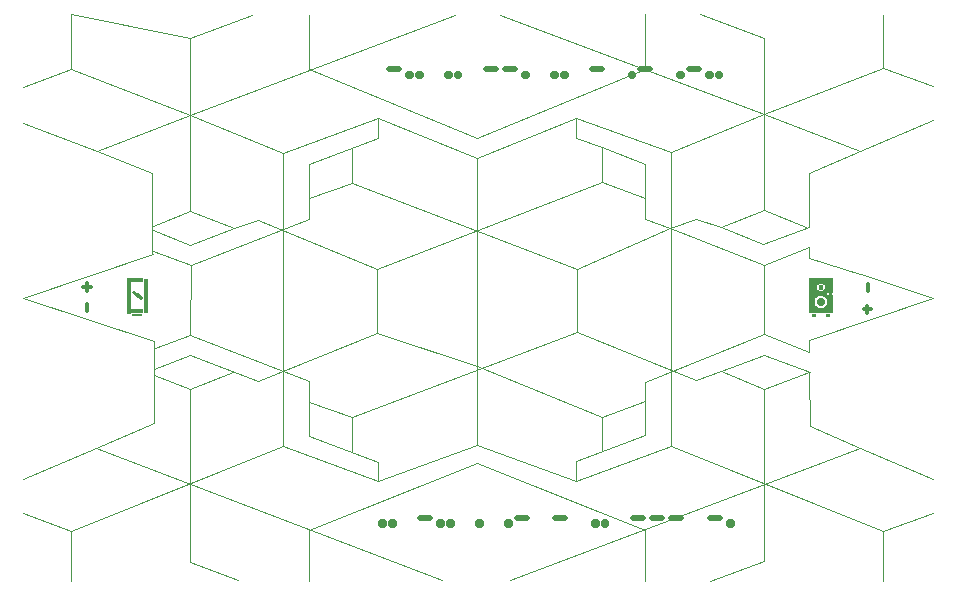
<source format=gto>
G75*
%MOIN*%
%OFA0B0*%
%FSLAX25Y25*%
%IPPOS*%
%LPD*%
%AMOC8*
5,1,8,0,0,1.08239X$1,22.5*
%
%ADD10C,0.00394*%
%ADD11C,0.02100*%
%ADD12R,0.01250X0.11750*%
%ADD13R,0.05500X0.01250*%
%ADD14R,0.01250X0.10500*%
%ADD15R,0.04250X0.01250*%
%ADD16R,0.03250X0.01000*%
%ADD17C,0.00100*%
%ADD18C,0.01300*%
%ADD19R,0.01550X0.00050*%
%ADD20R,0.07800X0.00050*%
%ADD21R,0.03400X0.00050*%
%ADD22R,0.03300X0.00050*%
%ADD23R,0.03100X0.00050*%
%ADD24R,0.03000X0.00050*%
%ADD25R,0.02900X0.00050*%
%ADD26R,0.02850X0.00050*%
%ADD27R,0.02800X0.00050*%
%ADD28R,0.02700X0.00050*%
%ADD29R,0.02650X0.00050*%
%ADD30R,0.02600X0.00050*%
%ADD31R,0.02500X0.00050*%
%ADD32R,0.02450X0.00050*%
%ADD33R,0.02350X0.00050*%
%ADD34R,0.02300X0.00050*%
%ADD35R,0.02200X0.00050*%
%ADD36R,0.02150X0.00050*%
%ADD37R,0.02100X0.00050*%
%ADD38R,0.00700X0.00050*%
%ADD39R,0.00900X0.00050*%
%ADD40R,0.02000X0.00050*%
%ADD41R,0.01100X0.00050*%
%ADD42R,0.01300X0.00050*%
%ADD43R,0.01500X0.00050*%
%ADD44R,0.01950X0.00050*%
%ADD45R,0.01600X0.00050*%
%ADD46R,0.01900X0.00050*%
%ADD47R,0.01800X0.00050*%
%ADD48R,0.01850X0.00050*%
%ADD49R,0.01750X0.00050*%
%ADD50R,0.02400X0.00050*%
%ADD51R,0.01700X0.00050*%
%ADD52R,0.00800X0.00050*%
%ADD53R,0.00600X0.00050*%
%ADD54R,0.02750X0.00050*%
%ADD55R,0.03350X0.00050*%
%ADD56R,0.03450X0.00050*%
%ADD57R,0.06300X0.00050*%
%ADD58R,0.06250X0.00050*%
%ADD59R,0.01200X0.00050*%
%ADD60R,0.06100X0.00050*%
%ADD61R,0.06050X0.00050*%
%ADD62R,0.01000X0.00050*%
%ADD63R,0.05950X0.00050*%
%ADD64R,0.00950X0.00050*%
%ADD65R,0.05900X0.00050*%
%ADD66R,0.01050X0.00050*%
%ADD67R,0.06150X0.00050*%
%ADD68R,0.06200X0.00050*%
%ADD69R,0.03650X0.00050*%
%ADD70R,0.03200X0.00050*%
%ADD71R,0.02950X0.00050*%
%ADD72R,0.02550X0.00050*%
%ADD73R,0.01400X0.00050*%
%ADD74R,0.00500X0.00050*%
%ADD75R,0.00400X0.00050*%
%ADD76R,0.03250X0.00050*%
%ADD77R,0.03550X0.00050*%
D10*
X0016936Y0001197D02*
X0016936Y0017868D01*
X0087765Y0046205D01*
X0119344Y0034560D01*
X0119344Y0040977D01*
X0096351Y0049614D01*
X0096351Y0061056D01*
X0110759Y0055863D01*
X0185613Y0084267D01*
X0185613Y0105415D01*
X0110759Y0133941D01*
X0096380Y0128852D01*
X0096351Y0121837D02*
X0096351Y0140190D01*
X0119344Y0148828D01*
X0119344Y0155451D01*
X0152401Y0142128D01*
X0185433Y0155634D01*
X0185433Y0149011D01*
X0193955Y0145809D01*
X0194018Y0134124D01*
X0119163Y0105297D01*
X0079474Y0121711D01*
X0071409Y0118895D01*
X0056643Y0124704D01*
X0056643Y0156740D01*
X0145241Y0189830D01*
X0160027Y0189830D02*
X0248134Y0156923D01*
X0287841Y0172119D01*
X0304346Y0166132D01*
X0287841Y0172119D02*
X0287841Y0189830D01*
X0248134Y0182372D02*
X0226792Y0190173D01*
X0208397Y0190173D02*
X0208397Y0171764D01*
X0152401Y0149011D01*
X0096365Y0171776D01*
X0096365Y0189830D01*
X0077547Y0189830D02*
X0056643Y0182188D01*
X0016936Y0190173D01*
X0016936Y0172081D01*
X0056643Y0156740D01*
X0025746Y0144530D01*
X0001197Y0154045D01*
X0001197Y0165950D02*
X0016936Y0172081D01*
X0056643Y0182188D02*
X0056643Y0156740D01*
X0087765Y0143991D01*
X0087765Y0046205D01*
X0096351Y0061056D02*
X0096351Y0067968D01*
X0056580Y0083293D01*
X0044918Y0078919D01*
X0044784Y0081246D02*
X0044734Y0053846D01*
X0044784Y0053846D02*
X0025384Y0045446D01*
X0025396Y0045449D02*
X0140864Y0001570D01*
X0163318Y0001570D02*
X0279972Y0045704D01*
X0304346Y0035393D01*
X0304346Y0024039D02*
X0287841Y0018051D01*
X0287841Y0001197D01*
X0287841Y0018051D02*
X0217012Y0046389D01*
X0185433Y0034744D01*
X0185433Y0041160D01*
X0208318Y0049798D01*
X0208318Y0061340D01*
X0208318Y0067530D01*
X0248134Y0083477D01*
X0248134Y0106694D01*
X0216893Y0119078D01*
X0185613Y0105415D01*
X0208426Y0122020D02*
X0216893Y0119078D01*
X0225302Y0121894D01*
X0233579Y0119161D01*
X0248134Y0124887D01*
X0262076Y0119161D01*
X0262987Y0119357D02*
X0247855Y0113604D01*
X0233579Y0119161D01*
X0248134Y0124887D02*
X0248134Y0156923D01*
X0280143Y0144513D01*
X0304346Y0154981D01*
X0280184Y0144596D02*
X0263134Y0137396D01*
X0263084Y0119496D01*
X0263213Y0112528D02*
X0248134Y0106694D01*
X0263234Y0109046D02*
X0263234Y0112496D01*
X0263234Y0109046D02*
X0280184Y0103596D01*
X0280293Y0103587D02*
X0304346Y0095685D01*
X0304284Y0095746D02*
X0263234Y0081596D01*
X0263184Y0077796D01*
X0263163Y0077570D02*
X0248134Y0083477D01*
X0248197Y0076692D02*
X0233754Y0071270D01*
X0248134Y0065283D01*
X0263225Y0070926D01*
X0263184Y0070796D02*
X0263284Y0053046D01*
X0279984Y0045646D01*
X0248134Y0065283D02*
X0248134Y0007799D01*
X0230072Y0001197D01*
X0208318Y0001197D02*
X0208318Y0018216D01*
X0152401Y0040703D01*
X0096277Y0018195D01*
X0096277Y0001197D01*
X0072907Y0001655D02*
X0056643Y0007616D01*
X0056643Y0065100D01*
X0071024Y0071087D01*
X0079474Y0068094D02*
X0119163Y0084084D01*
X0152376Y0072776D01*
X0193955Y0056071D01*
X0193955Y0044704D01*
X0185433Y0034744D02*
X0152401Y0046687D01*
X0119344Y0034560D01*
X0110759Y0044178D02*
X0110759Y0055863D01*
X0079474Y0068094D02*
X0056580Y0076509D01*
X0044740Y0072080D01*
X0044836Y0069776D02*
X0056643Y0065100D01*
X0044696Y0081364D02*
X0001197Y0095685D01*
X0044246Y0110238D01*
X0044234Y0110196D02*
X0044234Y0137346D01*
X0025834Y0144546D01*
X0044284Y0119646D02*
X0056734Y0124696D01*
X0056580Y0113295D02*
X0044331Y0118183D01*
X0044246Y0111275D02*
X0056922Y0106511D01*
X0056580Y0083293D01*
X0056922Y0106511D02*
X0096351Y0121837D01*
X0110759Y0133941D02*
X0110821Y0145467D01*
X0119344Y0155451D02*
X0087765Y0143991D01*
X0071409Y0118895D02*
X0056580Y0113295D01*
X0119163Y0105297D02*
X0119163Y0084084D01*
X0152401Y0046687D02*
X0152401Y0142128D01*
X0185433Y0155634D02*
X0217012Y0144194D01*
X0217012Y0046389D01*
X0208318Y0061340D02*
X0193955Y0056071D01*
X0185613Y0084267D02*
X0225302Y0068277D01*
X0233754Y0071270D01*
X0248197Y0076692D02*
X0263337Y0071063D01*
X0208426Y0122020D02*
X0208426Y0140373D01*
X0193955Y0145809D01*
X0194018Y0134124D02*
X0208262Y0128852D01*
X0217012Y0144194D02*
X0248134Y0156923D01*
X0248134Y0182372D01*
X0025396Y0045449D02*
X0001197Y0035212D01*
X0001197Y0023854D02*
X0016936Y0017868D01*
D11*
X0120540Y0019956D02*
X0121357Y0019956D01*
X0121357Y0020773D01*
X0120540Y0020773D01*
X0120540Y0019956D01*
X0123763Y0019956D02*
X0124580Y0019956D01*
X0124580Y0020773D01*
X0123763Y0020773D01*
X0123763Y0019956D01*
X0133431Y0022408D02*
X0136700Y0022408D01*
X0139876Y0020773D02*
X0140694Y0020773D01*
X0140694Y0019956D01*
X0139876Y0019956D01*
X0139876Y0020773D01*
X0143099Y0020773D02*
X0143916Y0020773D01*
X0143916Y0019956D01*
X0143099Y0019956D01*
X0143099Y0020773D01*
X0152767Y0020773D02*
X0153585Y0020773D01*
X0153585Y0019956D01*
X0152767Y0019956D01*
X0152767Y0020773D01*
X0162436Y0020773D02*
X0163253Y0020773D01*
X0163253Y0019956D01*
X0162436Y0019956D01*
X0162436Y0020773D01*
X0165658Y0022408D02*
X0168928Y0022408D01*
X0178549Y0022408D02*
X0181819Y0022408D01*
X0191440Y0020773D02*
X0192258Y0020773D01*
X0192258Y0019956D01*
X0191440Y0019956D01*
X0191440Y0020773D01*
X0194663Y0020773D02*
X0195480Y0020773D01*
X0195480Y0019956D01*
X0194663Y0019956D01*
X0194663Y0020773D01*
X0204331Y0022408D02*
X0207601Y0022408D01*
X0210777Y0022408D02*
X0214046Y0022408D01*
X0217222Y0022408D02*
X0220492Y0022408D01*
X0230113Y0022408D02*
X0233383Y0022408D01*
X0236559Y0020773D02*
X0237376Y0020773D01*
X0237376Y0019956D01*
X0236559Y0019956D01*
X0236559Y0020773D01*
X0233484Y0169461D02*
X0232667Y0169461D01*
X0232667Y0170279D01*
X0233484Y0170279D01*
X0233484Y0169461D01*
X0230262Y0169461D02*
X0229444Y0169461D01*
X0229444Y0170279D01*
X0230262Y0170279D01*
X0230262Y0169461D01*
X0226268Y0171913D02*
X0222999Y0171913D01*
X0220593Y0170279D02*
X0219776Y0170279D01*
X0219776Y0169461D01*
X0220593Y0169461D01*
X0220593Y0170279D01*
X0210154Y0171913D02*
X0206885Y0171913D01*
X0204480Y0170279D02*
X0204480Y0169461D01*
X0203662Y0169461D01*
X0203662Y0170279D01*
X0204480Y0170279D01*
X0194041Y0171913D02*
X0190771Y0171913D01*
X0181920Y0170279D02*
X0181920Y0169461D01*
X0181103Y0169461D01*
X0181103Y0170279D01*
X0181920Y0170279D01*
X0178698Y0170279D02*
X0178698Y0169461D01*
X0177880Y0169461D01*
X0177880Y0170279D01*
X0178698Y0170279D01*
X0169029Y0170279D02*
X0169029Y0169461D01*
X0168212Y0169461D01*
X0168212Y0170279D01*
X0169029Y0170279D01*
X0165036Y0171913D02*
X0161767Y0171913D01*
X0158591Y0171913D02*
X0155321Y0171913D01*
X0146470Y0170279D02*
X0146470Y0169461D01*
X0145653Y0169461D01*
X0145653Y0170279D01*
X0146470Y0170279D01*
X0143247Y0170279D02*
X0143247Y0169461D01*
X0142430Y0169461D01*
X0142430Y0170279D01*
X0143247Y0170279D01*
X0133579Y0170279D02*
X0133579Y0169461D01*
X0132762Y0169461D01*
X0132762Y0170279D01*
X0133579Y0170279D01*
X0130356Y0170279D02*
X0130356Y0169461D01*
X0129539Y0169461D01*
X0129539Y0170279D01*
X0130356Y0170279D01*
X0126363Y0171913D02*
X0123094Y0171913D01*
D12*
X0041909Y0096371D03*
D13*
X0038534Y0101621D03*
D14*
X0036409Y0095746D03*
D15*
X0039159Y0091121D03*
D16*
X0039159Y0089996D03*
D17*
X0040284Y0095246D02*
X0040784Y0095746D01*
X0039284Y0097246D01*
X0039034Y0096996D01*
X0038034Y0097996D01*
X0037534Y0097496D01*
X0039034Y0095996D01*
X0039284Y0096246D01*
X0040284Y0095246D01*
X0040277Y0095253D02*
X0040291Y0095253D01*
X0040390Y0095351D02*
X0040179Y0095351D01*
X0040080Y0095450D02*
X0040488Y0095450D01*
X0040587Y0095548D02*
X0039982Y0095548D01*
X0039883Y0095647D02*
X0040685Y0095647D01*
X0040784Y0095745D02*
X0039785Y0095745D01*
X0039686Y0095844D02*
X0040686Y0095844D01*
X0040588Y0095942D02*
X0039588Y0095942D01*
X0039489Y0096041D02*
X0040489Y0096041D01*
X0040391Y0096139D02*
X0039391Y0096139D01*
X0039292Y0096238D02*
X0040292Y0096238D01*
X0040194Y0096336D02*
X0038694Y0096336D01*
X0038792Y0096238D02*
X0039276Y0096238D01*
X0039178Y0096139D02*
X0038891Y0096139D01*
X0038989Y0096041D02*
X0039079Y0096041D01*
X0038595Y0096435D02*
X0040095Y0096435D01*
X0039997Y0096533D02*
X0038497Y0096533D01*
X0038398Y0096632D02*
X0039898Y0096632D01*
X0039800Y0096730D02*
X0038300Y0096730D01*
X0038201Y0096829D02*
X0039701Y0096829D01*
X0039603Y0096927D02*
X0038103Y0096927D01*
X0038004Y0097026D02*
X0039004Y0097026D01*
X0039064Y0097026D02*
X0039504Y0097026D01*
X0039406Y0097124D02*
X0039163Y0097124D01*
X0039262Y0097223D02*
X0039307Y0097223D01*
X0038906Y0097124D02*
X0037906Y0097124D01*
X0037807Y0097223D02*
X0038807Y0097223D01*
X0038709Y0097321D02*
X0037709Y0097321D01*
X0037610Y0097420D02*
X0038610Y0097420D01*
X0038512Y0097518D02*
X0037557Y0097518D01*
X0037656Y0097617D02*
X0038413Y0097617D01*
X0038315Y0097715D02*
X0037754Y0097715D01*
X0037853Y0097814D02*
X0038216Y0097814D01*
X0038118Y0097912D02*
X0037951Y0097912D01*
D18*
X0023653Y0099247D02*
X0021184Y0099247D01*
X0022419Y0098013D02*
X0022419Y0100482D01*
X0022483Y0093611D02*
X0022483Y0091142D01*
X0281330Y0091847D02*
X0283799Y0091847D01*
X0282565Y0093082D02*
X0282565Y0090613D01*
X0282583Y0097796D02*
X0282583Y0100265D01*
D19*
X0269434Y0090096D03*
X0269434Y0090046D03*
X0269434Y0089996D03*
X0269434Y0089946D03*
X0269434Y0089896D03*
X0269434Y0089846D03*
X0269434Y0089796D03*
X0269434Y0089746D03*
X0269434Y0089696D03*
X0269434Y0089646D03*
X0269434Y0089596D03*
X0269434Y0089546D03*
X0269434Y0089496D03*
X0269434Y0089446D03*
X0269434Y0089396D03*
X0269434Y0089346D03*
X0264684Y0089346D03*
X0264684Y0089396D03*
X0264684Y0089446D03*
X0264684Y0089496D03*
X0264684Y0089546D03*
X0264684Y0089596D03*
X0264684Y0089646D03*
X0264684Y0089696D03*
X0264684Y0089746D03*
X0264684Y0089796D03*
X0264684Y0089846D03*
X0264684Y0089896D03*
X0264684Y0089946D03*
X0264684Y0089996D03*
X0264684Y0090046D03*
X0264684Y0090096D03*
D20*
X0267059Y0090746D03*
X0267059Y0090796D03*
X0267059Y0090846D03*
X0267059Y0090896D03*
X0267059Y0090946D03*
X0267059Y0090996D03*
X0267059Y0091046D03*
X0267059Y0091096D03*
X0267059Y0091146D03*
X0267059Y0091196D03*
X0267059Y0091246D03*
X0267059Y0091296D03*
X0267059Y0091346D03*
X0267059Y0091396D03*
X0267059Y0091446D03*
X0267059Y0091496D03*
X0267059Y0091546D03*
X0267059Y0091596D03*
X0267059Y0091646D03*
X0267059Y0091696D03*
X0267059Y0091746D03*
X0267059Y0091796D03*
X0267059Y0091846D03*
X0267059Y0091896D03*
X0267059Y0097296D03*
X0267059Y0097346D03*
X0267059Y0097396D03*
X0267059Y0097446D03*
X0267059Y0097496D03*
X0267059Y0097546D03*
X0267059Y0100346D03*
X0267059Y0100396D03*
X0267059Y0100446D03*
X0267059Y0100496D03*
X0267059Y0100546D03*
X0267059Y0100596D03*
X0267059Y0100646D03*
X0267059Y0100696D03*
X0267059Y0100746D03*
X0267059Y0100796D03*
X0267059Y0100846D03*
X0267059Y0100896D03*
X0267059Y0100946D03*
X0267059Y0100996D03*
X0267059Y0101046D03*
X0267059Y0101096D03*
X0267059Y0101146D03*
X0267059Y0101196D03*
X0267059Y0101246D03*
X0267059Y0101296D03*
X0267059Y0101346D03*
X0267059Y0101396D03*
X0267059Y0101446D03*
X0267059Y0101496D03*
X0267059Y0101546D03*
X0267059Y0101596D03*
X0267059Y0101646D03*
X0267059Y0101696D03*
X0267059Y0101746D03*
X0267059Y0101796D03*
X0267059Y0101846D03*
X0267059Y0101896D03*
X0267059Y0101946D03*
X0267059Y0101996D03*
X0267059Y0102046D03*
X0267059Y0102096D03*
D21*
X0264859Y0091946D03*
X0269259Y0091946D03*
D22*
X0269309Y0091996D03*
X0264809Y0091996D03*
D23*
X0264709Y0092046D03*
X0264709Y0096146D03*
X0264709Y0097796D03*
X0264709Y0097846D03*
X0264709Y0100096D03*
X0269409Y0100096D03*
X0269409Y0097846D03*
X0269409Y0097796D03*
X0269409Y0096146D03*
X0269409Y0092046D03*
D24*
X0269459Y0092096D03*
X0269459Y0096096D03*
X0269459Y0097896D03*
X0269459Y0099996D03*
X0269459Y0100046D03*
X0264659Y0100046D03*
X0264659Y0099996D03*
X0264659Y0097896D03*
X0264659Y0096096D03*
X0264659Y0092096D03*
D25*
X0264609Y0092146D03*
X0264609Y0096046D03*
X0264609Y0097996D03*
X0264609Y0099896D03*
X0264609Y0099946D03*
X0269509Y0099946D03*
X0269509Y0099896D03*
X0269509Y0097996D03*
X0269509Y0096046D03*
D26*
X0269534Y0098046D03*
X0264584Y0098046D03*
X0269534Y0092146D03*
D27*
X0269559Y0092196D03*
X0269559Y0095996D03*
X0269559Y0098096D03*
X0269559Y0098146D03*
X0269559Y0099796D03*
X0269559Y0099846D03*
X0264559Y0099846D03*
X0264559Y0099796D03*
X0264559Y0098146D03*
X0264559Y0098096D03*
X0264559Y0095996D03*
X0264559Y0092196D03*
D28*
X0264509Y0092246D03*
X0269609Y0092246D03*
X0269609Y0098246D03*
X0269609Y0099646D03*
X0264509Y0099646D03*
X0264509Y0098246D03*
D29*
X0264484Y0098296D03*
X0264484Y0098346D03*
X0264484Y0098396D03*
X0264484Y0099496D03*
X0264484Y0099546D03*
X0264484Y0099596D03*
X0264484Y0095896D03*
X0264484Y0092296D03*
X0269634Y0092296D03*
X0269634Y0095896D03*
X0269634Y0098296D03*
X0269634Y0098346D03*
X0269634Y0098396D03*
X0269634Y0099496D03*
X0269634Y0099546D03*
X0269634Y0099596D03*
D30*
X0269659Y0099446D03*
X0269659Y0098496D03*
X0269659Y0098446D03*
X0269659Y0095846D03*
X0269659Y0092346D03*
X0264459Y0092346D03*
X0264459Y0095846D03*
X0264459Y0098446D03*
X0264459Y0098496D03*
X0264459Y0099446D03*
D31*
X0264409Y0098946D03*
X0264409Y0098896D03*
X0264409Y0095796D03*
X0267059Y0094446D03*
X0267059Y0094396D03*
X0267059Y0094346D03*
X0267059Y0094296D03*
X0267059Y0094246D03*
X0267059Y0094196D03*
X0267059Y0094146D03*
X0267059Y0094096D03*
X0267059Y0094046D03*
X0267059Y0093996D03*
X0267059Y0093946D03*
X0267059Y0093896D03*
X0267059Y0093846D03*
X0267059Y0093796D03*
X0267059Y0093746D03*
X0264409Y0092396D03*
X0269709Y0092396D03*
X0269709Y0095796D03*
X0269709Y0098896D03*
X0269709Y0098946D03*
D32*
X0269734Y0095746D03*
X0269734Y0092446D03*
X0264384Y0092446D03*
X0264384Y0095746D03*
D33*
X0264334Y0095646D03*
X0264334Y0092546D03*
X0264334Y0092496D03*
X0269784Y0092496D03*
X0269784Y0092546D03*
X0269784Y0095646D03*
D34*
X0269809Y0095596D03*
X0269809Y0095546D03*
X0267059Y0094646D03*
X0267059Y0094596D03*
X0267059Y0093596D03*
X0267059Y0093546D03*
X0264309Y0092646D03*
X0264309Y0092596D03*
X0264309Y0095546D03*
X0264309Y0095596D03*
X0269809Y0092646D03*
X0269809Y0092596D03*
D35*
X0269859Y0092696D03*
X0269859Y0092746D03*
X0269859Y0095446D03*
X0269859Y0095496D03*
X0267059Y0094796D03*
X0267059Y0094746D03*
X0267059Y0094696D03*
X0267059Y0093496D03*
X0267059Y0093446D03*
X0267059Y0093396D03*
X0264259Y0092746D03*
X0264259Y0092696D03*
X0264259Y0095446D03*
X0264259Y0095496D03*
D36*
X0264234Y0095396D03*
X0264234Y0092796D03*
X0269884Y0092796D03*
X0269884Y0095396D03*
D37*
X0269909Y0095346D03*
X0269909Y0095296D03*
X0269909Y0092896D03*
X0269909Y0092846D03*
X0264209Y0092846D03*
X0264209Y0092896D03*
X0264209Y0095296D03*
X0264209Y0095346D03*
D38*
X0267059Y0092846D03*
X0267059Y0098196D03*
D39*
X0267059Y0098246D03*
X0267059Y0098296D03*
X0267059Y0099646D03*
X0270509Y0096846D03*
X0270509Y0096796D03*
X0270509Y0096746D03*
X0267059Y0092896D03*
D40*
X0267059Y0093296D03*
X0267059Y0093346D03*
X0267059Y0094846D03*
X0267059Y0094896D03*
X0264159Y0095146D03*
X0264159Y0095196D03*
X0264159Y0095246D03*
X0264159Y0093046D03*
X0264159Y0092996D03*
X0264159Y0092946D03*
X0269959Y0092946D03*
X0269959Y0092996D03*
X0269959Y0093046D03*
X0269959Y0095146D03*
X0269959Y0095196D03*
X0269959Y0095246D03*
D41*
X0270409Y0096396D03*
X0270409Y0097196D03*
X0267059Y0098346D03*
X0267059Y0098396D03*
X0267059Y0099546D03*
X0267059Y0095246D03*
X0267059Y0092946D03*
D42*
X0267059Y0092996D03*
X0267059Y0095196D03*
X0270309Y0096296D03*
X0267059Y0098446D03*
X0267059Y0098496D03*
X0267059Y0099396D03*
X0267059Y0099446D03*
D43*
X0267059Y0099246D03*
X0267059Y0098646D03*
X0267059Y0095146D03*
X0267059Y0093046D03*
D44*
X0264134Y0093096D03*
X0264134Y0095096D03*
X0269984Y0095096D03*
X0269984Y0093096D03*
D45*
X0267059Y0093096D03*
X0267059Y0095096D03*
X0267059Y0098696D03*
X0267059Y0098746D03*
X0267059Y0098796D03*
X0267059Y0098846D03*
X0267059Y0098896D03*
X0267059Y0098946D03*
X0267059Y0098996D03*
X0267059Y0099046D03*
X0267059Y0099096D03*
X0267059Y0099146D03*
X0267059Y0099196D03*
D46*
X0267059Y0094946D03*
X0267059Y0093246D03*
X0264109Y0093246D03*
X0264109Y0093196D03*
X0264109Y0093146D03*
X0264109Y0094946D03*
X0264109Y0094996D03*
X0264109Y0095046D03*
X0270009Y0095046D03*
X0270009Y0094996D03*
X0270009Y0094946D03*
X0270009Y0093246D03*
X0270009Y0093196D03*
X0270009Y0093146D03*
D47*
X0270059Y0093446D03*
X0270059Y0094746D03*
X0267059Y0094996D03*
X0267059Y0093196D03*
X0267059Y0093146D03*
X0264059Y0093446D03*
X0264059Y0094746D03*
D48*
X0264084Y0094796D03*
X0264084Y0094846D03*
X0264084Y0094896D03*
X0264084Y0093396D03*
X0264084Y0093346D03*
X0264084Y0093296D03*
X0270034Y0093296D03*
X0270034Y0093346D03*
X0270034Y0093396D03*
X0270034Y0094796D03*
X0270034Y0094846D03*
X0270034Y0094896D03*
D49*
X0270084Y0094696D03*
X0270084Y0094646D03*
X0270084Y0094596D03*
X0270084Y0094546D03*
X0270084Y0094496D03*
X0270084Y0094446D03*
X0270084Y0094396D03*
X0270084Y0094346D03*
X0270084Y0094296D03*
X0270084Y0093896D03*
X0270084Y0093846D03*
X0270084Y0093796D03*
X0270084Y0093746D03*
X0270084Y0093696D03*
X0270084Y0093646D03*
X0270084Y0093596D03*
X0270084Y0093546D03*
X0270084Y0093496D03*
X0267034Y0095046D03*
X0264034Y0094696D03*
X0264034Y0094646D03*
X0264034Y0094596D03*
X0264034Y0094546D03*
X0264034Y0094496D03*
X0264034Y0094446D03*
X0264034Y0094396D03*
X0264034Y0094346D03*
X0264034Y0094296D03*
X0264034Y0093896D03*
X0264034Y0093846D03*
X0264034Y0093796D03*
X0264034Y0093746D03*
X0264034Y0093696D03*
X0264034Y0093646D03*
X0264034Y0093596D03*
X0264034Y0093546D03*
X0264034Y0093496D03*
D50*
X0267059Y0093646D03*
X0267059Y0093696D03*
X0267059Y0094496D03*
X0267059Y0094546D03*
X0264359Y0095696D03*
X0269759Y0095696D03*
D51*
X0270109Y0094246D03*
X0270109Y0094196D03*
X0270109Y0094146D03*
X0270109Y0094096D03*
X0270109Y0094046D03*
X0270109Y0093996D03*
X0270109Y0093946D03*
X0264009Y0093946D03*
X0264009Y0093996D03*
X0264009Y0094046D03*
X0264009Y0094096D03*
X0264009Y0094146D03*
X0264009Y0094196D03*
X0264009Y0094246D03*
D52*
X0267059Y0095296D03*
D53*
X0267059Y0095346D03*
D54*
X0264534Y0095946D03*
X0264534Y0098196D03*
X0264534Y0099696D03*
X0264534Y0099746D03*
X0269584Y0099746D03*
X0269584Y0099696D03*
X0269584Y0098196D03*
X0269584Y0095946D03*
D55*
X0269284Y0096196D03*
X0269284Y0097646D03*
X0269284Y0097696D03*
X0264834Y0097696D03*
X0264834Y0097646D03*
X0264834Y0096196D03*
D56*
X0264884Y0096246D03*
X0264884Y0100246D03*
X0269234Y0100246D03*
X0269234Y0096246D03*
D57*
X0266309Y0096296D03*
D58*
X0266284Y0096346D03*
D59*
X0267059Y0099496D03*
X0270359Y0097246D03*
X0270359Y0096346D03*
D60*
X0266209Y0096396D03*
D61*
X0266184Y0096446D03*
X0266184Y0096496D03*
X0266184Y0097096D03*
X0266184Y0097146D03*
D62*
X0270459Y0097096D03*
X0270459Y0097046D03*
X0270459Y0096496D03*
X0270459Y0096446D03*
X0267059Y0099596D03*
D63*
X0266134Y0097046D03*
X0266134Y0096996D03*
X0266134Y0096946D03*
X0266134Y0096596D03*
X0266134Y0096546D03*
D64*
X0270484Y0096546D03*
X0270484Y0096596D03*
X0270484Y0096646D03*
X0270484Y0096696D03*
X0270484Y0096896D03*
X0270484Y0096946D03*
X0270484Y0096996D03*
D65*
X0266109Y0096896D03*
X0266109Y0096846D03*
X0266109Y0096796D03*
X0266109Y0096746D03*
X0266109Y0096696D03*
X0266109Y0096646D03*
D66*
X0270434Y0097146D03*
D67*
X0266234Y0097196D03*
D68*
X0266259Y0097246D03*
D69*
X0264984Y0097596D03*
X0269134Y0097596D03*
D70*
X0269359Y0097746D03*
X0264759Y0097746D03*
D71*
X0264634Y0097946D03*
X0269484Y0097946D03*
D72*
X0269684Y0098546D03*
X0269684Y0098596D03*
X0269684Y0098646D03*
X0269684Y0098696D03*
X0269684Y0098746D03*
X0269684Y0098796D03*
X0269684Y0098846D03*
X0269684Y0098996D03*
X0269684Y0099046D03*
X0269684Y0099096D03*
X0269684Y0099146D03*
X0269684Y0099196D03*
X0269684Y0099246D03*
X0269684Y0099296D03*
X0269684Y0099346D03*
X0269684Y0099396D03*
X0264434Y0099396D03*
X0264434Y0099346D03*
X0264434Y0099296D03*
X0264434Y0099246D03*
X0264434Y0099196D03*
X0264434Y0099146D03*
X0264434Y0099096D03*
X0264434Y0099046D03*
X0264434Y0098996D03*
X0264434Y0098846D03*
X0264434Y0098796D03*
X0264434Y0098746D03*
X0264434Y0098696D03*
X0264434Y0098646D03*
X0264434Y0098596D03*
X0264434Y0098546D03*
D73*
X0267059Y0098546D03*
X0267059Y0098596D03*
X0267059Y0099296D03*
X0267059Y0099346D03*
D74*
X0267059Y0099696D03*
D75*
X0267059Y0099746D03*
D76*
X0264784Y0100146D03*
X0264784Y0100196D03*
X0269334Y0100196D03*
X0269334Y0100146D03*
D77*
X0269184Y0100296D03*
X0264934Y0100296D03*
M02*

</source>
